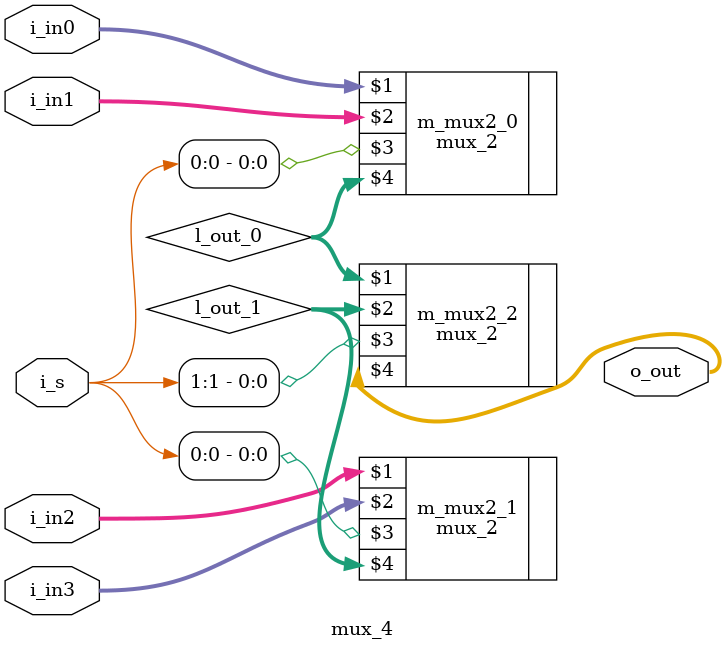
<source format=sv>
module mux_4 #(parameter N=64) ( input  logic [N-1:0] i_in0,
                                                      i_in1,
                                                      i_in2,
                                                      i_in3,
                                 input  logic [1:0]   i_s,
                                 output logic [N-1:0] o_out );
                              
  logic [N-1:0] l_out_0;
  logic [N-1:0] l_out_1;
  
  mux_2 #(N) m_mux2_0( i_in0   , i_in1   , i_s[0:0] , l_out_0 );
  mux_2 #(N) m_mux2_1( i_in2   , i_in3   , i_s[0:0] , l_out_1 );
  mux_2 #(N) m_mux2_2( l_out_0 , l_out_1 , i_s[1:1] , o_out   );
                       
endmodule

</source>
